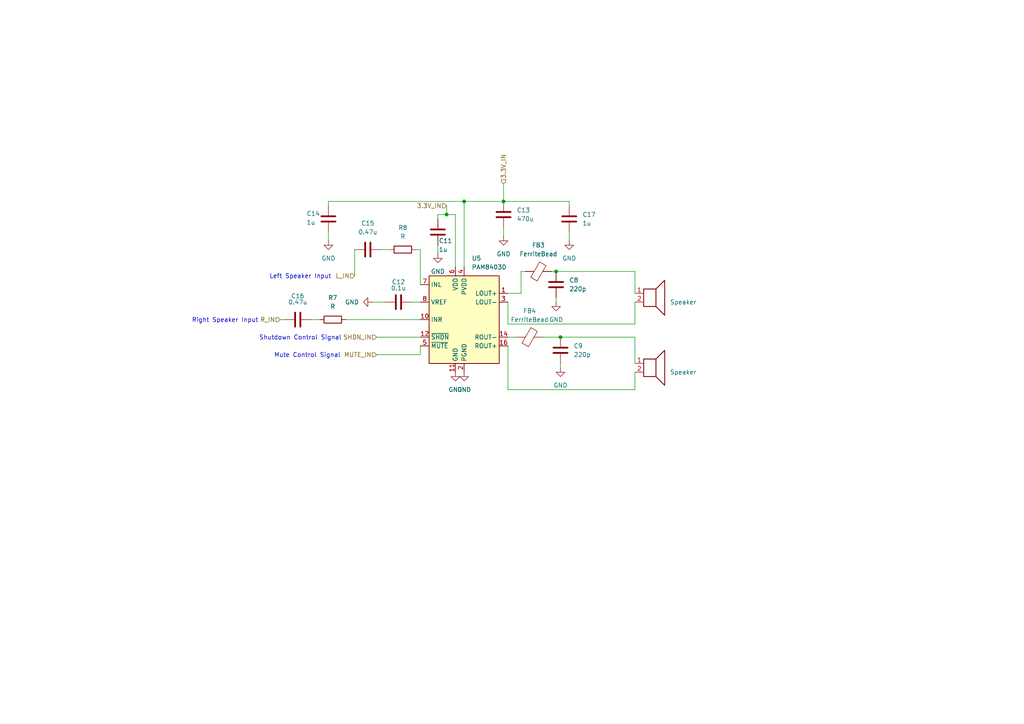
<source format=kicad_sch>
(kicad_sch (version 20231120) (generator "eeschema") (generator_version "8.0")
  (paper "A4")
  (title_block (title "Audio amplifier") (date "2024-12-12"))
  (lib_symbols
    (symbol "Amplifier_Audio:PAM8403D"
      (property "Reference" "U" (at 1.27 16.51 0))
      (property "Value" "PAM8403D" (at 6.096 14.224 0))
      (symbol "PAM8403D_0_1"
        (rectangle (start -10.16 12.7) (end 10.16 -12.7) (stroke (width 0.254)) (fill (type background)))
      )
      (symbol "PAM8403D_1_1"
        (pin output line (at 12.7 7.62 180) (length 2.54) (name "LOUT+") (number "1"))
        (pin input line (at -12.7 0 0) (length 2.54) (name "INR") (number "10"))
        (pin power_in line (at -2.54 -15.24 90) (length 2.54) (name "GND") (number "11"))
        (pin input line (at -12.7 -5.08 0) (length 2.54) (name "~{SHDN}") (number "12"))
        (pin passive line (at 0 15.24 270) (length 2.54) hide (name "PVDD") (number "13"))
        (pin output line (at 12.7 -5.08 180) (length 2.54) (name "ROUT-") (number "14"))
        (pin passive line (at 0 -15.24 90) (length 2.54) hide (name "PGND") (number "15"))
        (pin output line (at 12.7 -7.62 180) (length 2.54) (name "ROUT+") (number "16"))
        (pin power_in line (at 0 -15.24 90) (length 2.54) (name "PGND") (number "2"))
        (pin output line (at 12.7 5.08 180) (length 2.54) (name "LOUT-") (number "3"))
        (pin power_in line (at 0 15.24 270) (length 2.54) (name "PVDD") (number "4"))
        (pin input line (at -12.7 -7.62 0) (length 2.54) (name "~{MUTE}") (number "5"))
        (pin power_in line (at -2.54 15.24 270) (length 2.54) (name "VDD") (number "6"))
        (pin input line (at -12.7 10.16 0) (length 2.54) (name "INL") (number "7"))
        (pin input line (at -12.7 5.08 0) (length 2.54) (name "VREF") (number "8"))
        (pin no_connect line (at 10.16 -10.16 180) (length 2.54) hide (name "NC") (number "9"))
      )
    )
    (symbol "Device:C" (pin_numbers hide) (pin_names (offset 0.254))
      (property "Reference" "C" (at 0.635 2.54 0))
      (property "Value" "C" (at 0.635 -2.54 0))
      (symbol "C_0_1"
        (polyline (pts (xy -2.032 -0.762) (xy 2.032 -0.762)) (stroke (width 0.508)))
        (polyline (pts (xy -2.032 0.762) (xy 2.032 0.762)) (stroke (width 0.508)))
      )
      (symbol "C_1_1"
        (pin passive line (at 0 3.81 270) (length 2.794) (name "~") (number "1"))
        (pin passive line (at 0 -3.81 90) (length 2.794) (name "~") (number "2"))
      )
    )
    (symbol "Device:FerriteBead" (pin_numbers hide) (pin_names (offset 0))
      (property "Reference" "FB" (at -3.81 0.635 90))
      (property "Value" "FerriteBead" (at 3.81 0 90))
      (symbol "FerriteBead_0_1"
        (polyline (pts (xy 0 -1.27) (xy 0 -1.2192)))
        (polyline (pts (xy 0 1.27) (xy 0 1.2954)))
        (polyline (pts (xy -2.7686 0.4064) (xy -1.7018 2.2606) (xy 2.7686 -0.3048) (xy 1.6764 -2.159) (xy -2.7686 0.4064)))
      )
      (symbol "FerriteBead_1_1"
        (pin passive line (at 0 3.81 270) (length 2.54) (name "~") (number "1"))
        (pin passive line (at 0 -3.81 90) (length 2.54) (name "~") (number "2"))
      )
    )
    (symbol "Device:R" (pin_numbers hide) (pin_names (offset 0))
      (property "Reference" "R" (at 2.032 0 90))
      (property "Value" "R" (at 0 0 90))
      (symbol "R_0_1"
        (rectangle (start -1.016 -2.54) (end 1.016 2.54) (stroke (width 0.254)))
      )
      (symbol "R_1_1"
        (pin passive line (at 0 3.81 270) (length 1.27) (name "~") (number "1"))
        (pin passive line (at 0 -3.81 90) (length 1.27) (name "~") (number "2"))
      )
    )
    (symbol "Device:Speaker" (pin_names (offset 0) hide)
      (property "Reference" "LS" (at 1.27 5.715 0))
      (property "Value" "Speaker" (at 1.27 3.81 0))
      (symbol "Speaker_0_0"
        (rectangle (start -2.54 1.27) (end 1.016 -3.81) (stroke (width 0.254)))
        (polyline (pts (xy 1.016 1.27) (xy 3.556 3.81) (xy 3.556 -6.35) (xy 1.016 -3.81)) (stroke (width 0.254)))
      )
      (symbol "Speaker_1_1"
        (pin input line (at -5.08 0 0) (length 2.54) (name "1") (number "1"))
        (pin input line (at -5.08 -2.54 0) (length 2.54) (name "2") (number "2"))
      )
    )
    (symbol "power:GND" (power) (pin_numbers hide) (pin_names (offset 0) hide)
      (property "Value" "GND" (at 0 -3.81 0))
      (symbol "GND_0_1"
        (polyline (pts (xy 0 0) (xy 0 -1.27) (xy 1.27 -1.27) (xy 0 -2.54) (xy -1.27 -1.27) (xy 0 -1.27)))
      )
      (symbol "GND_1_1"
        (pin power_in line (at 0 0 270) (length 0) (name "~") (number "1"))
      )
    )
  )
  (junction (at 129.54 62.23))
  (junction (at 161.29 78.74))
  (junction (at 162.56 97.79))
  (junction (at 146.05 58.42))
  (junction (at 134.62 58.42))
  (wire (pts (xy 95.25 58.42) (xy 134.62 58.42)))
  (wire (pts (xy 151.13 85.09) (xy 147.32 85.09)))
  (wire (pts (xy 146.05 53.34) (xy 146.05 58.42)))
  (wire (pts (xy 109.22 97.79) (xy 121.92 97.79)))
  (wire (pts (xy 127 71.12) (xy 127 73.66)))
  (wire (pts (xy 129.54 62.23) (xy 127 62.23)))
  (wire (pts (xy 147.32 100.33) (xy 147.32 113.03)))
  (wire (pts (xy 134.62 58.42) (xy 146.05 58.42)))
  (wire (pts (xy 184.15 78.74) (xy 184.15 85.09)))
  (wire (pts (xy 134.62 77.47) (xy 134.62 58.42)))
  (wire (pts (xy 119.38 87.63) (xy 121.92 87.63)))
  (wire (pts (xy 120.65 72.39) (xy 121.92 72.39)))
  (wire (pts (xy 151.13 78.74) (xy 152.4 78.74)))
  (wire (pts (xy 95.25 59.69) (xy 95.25 58.42)))
  (wire (pts (xy 81.28 92.71) (xy 82.55 92.71)))
  (wire (pts (xy 109.22 102.87) (xy 121.92 102.87)))
  (wire (pts (xy 184.15 113.03) (xy 147.32 113.03)))
  (wire (pts (xy 184.15 97.79) (xy 184.15 105.41)))
  (wire (pts (xy 110.49 72.39) (xy 113.03 72.39)))
  (wire (pts (xy 100.33 92.71) (xy 121.92 92.71)))
  (wire (pts (xy 146.05 66.04) (xy 146.05 68.58)))
  (wire (pts (xy 107.95 87.63) (xy 111.76 87.63)))
  (wire (pts (xy 161.29 78.74) (xy 184.15 78.74)))
  (wire (pts (xy 147.32 87.63) (xy 147.32 93.98)))
  (wire (pts (xy 157.48 97.79) (xy 162.56 97.79)))
  (wire (pts (xy 146.05 58.42) (xy 165.1 58.42)))
  (wire (pts (xy 165.1 58.42) (xy 165.1 59.69)))
  (wire (pts (xy 132.08 62.23) (xy 129.54 62.23)))
  (wire (pts (xy 95.25 67.31) (xy 95.25 69.85)))
  (wire (pts (xy 162.56 105.41) (xy 162.56 106.68)))
  (wire (pts (xy 184.15 113.03) (xy 184.15 107.95)))
  (wire (pts (xy 90.17 92.71) (xy 92.71 92.71)))
  (wire (pts (xy 165.1 67.31) (xy 165.1 69.85)))
  (wire (pts (xy 129.54 59.69) (xy 129.54 62.23)))
  (wire (pts (xy 161.29 86.36) (xy 161.29 87.63)))
  (wire (pts (xy 184.15 93.98) (xy 184.15 87.63)))
  (wire (pts (xy 160.02 78.74) (xy 161.29 78.74)))
  (wire (pts (xy 147.32 93.98) (xy 184.15 93.98)))
  (wire (pts (xy 151.13 78.74) (xy 151.13 85.09)))
  (wire (pts (xy 132.08 77.47) (xy 132.08 62.23)))
  (wire (pts (xy 127 62.23) (xy 127 63.5)))
  (wire (pts (xy 147.32 97.79) (xy 149.86 97.79)))
  (wire (pts (xy 121.92 102.87) (xy 121.92 100.33)))
  (wire (pts (xy 121.92 72.39) (xy 121.92 82.55)))
  (wire (pts (xy 102.87 72.39) (xy 102.87 80.01)))
  (wire (pts (xy 162.56 97.79) (xy 184.15 97.79)))
  (text "Left Speaker Input" (at 87.122 80.264 0) (effects (font (size 1.27 1.27))))
  (text "Mute Control Signal" (at 89.154 103.124 0) (effects (font (size 1.27 1.27))))
  (text "Right Speaker Input" (at 65.278 92.964 0) (effects (font (size 1.27 1.27))))
  (text "Shutdown Control Signal" (at 87.122 98.044 0) (effects (font (size 1.27 1.27))))
  (hierarchical_label "MUTE_IN" (shape input) (at 109.22 102.87 180))
  (hierarchical_label "3.3V_IN" (shape input) (at 146.05 53.34 90))
  (hierarchical_label "SHDN_IN" (shape input) (at 109.22 97.79 180))
  (hierarchical_label "R_IN" (shape input) (at 81.28 92.71 180))
  (hierarchical_label "L_IN" (shape input) (at 102.87 80.01 180))
  (hierarchical_label "3.3V_IN" (shape input) (at 129.54 59.69 180))
  (symbol (lib_id "Device:C") (at 86.36 92.71 90) (unit 1)
    (property "Reference" "C16" (at 86.36 85.852 90))
    (property "Value" "0.47u" (at 86.36 87.63 90))
    (property "Description" "Unpolarized capacitor" (effects (hide yes)))
  )
  (symbol (lib_id "power:GND") (at 162.56 106.68 0) (unit 1)
    (property "Reference" "#PWR034" (effects (hide yes)))
    (property "Value" "GND" (at 162.56 111.76 0))
    (property "Description" "Power symbol creates a global label with name \"GND\" , ground" (effects (hide yes)))
  )
  (symbol (lib_id "Device:C") (at 127 67.31 0) (unit 1)
    (property "Reference" "C11" (at 127.254 69.85 0) (effects (justify left)))
    (property "Value" "1u" (at 127.254 72.39 0) (effects (justify left)))
    (property "Description" "Unpolarized capacitor" (effects (hide yes)))
  )
  (symbol (lib_id "Device:C") (at 146.05 62.23 0) (unit 1)
    (property "Reference" "C13" (at 149.86 60.9599 0) (effects (justify left)))
    (property "Value" "470u" (at 149.86 63.4999 0) (effects (justify left)))
    (property "Description" "Unpolarized capacitor" (effects (hide yes)))
  )
  (symbol (lib_id "Device:C") (at 95.25 63.5 0) (unit 1)
    (property "Reference" "C14" (at 88.9 61.976 0) (effects (justify left)))
    (property "Value" "1u" (at 88.9 64.516 0) (effects (justify left)))
    (property "Description" "Unpolarized capacitor" (effects (hide yes)))
  )
  (symbol (lib_id "power:GND") (at 165.1 69.85 0) (unit 1)
    (property "Reference" "#PWR033" (effects (hide yes)))
    (property "Value" "GND" (at 165.1 74.93 0))
    (property "Description" "Power symbol creates a global label with name \"GND\" , ground" (effects (hide yes)))
  )
  (symbol (lib_id "power:GND") (at 134.62 107.95 0) (unit 1)
    (property "Reference" "#PWR011" (effects (hide yes)))
    (property "Value" "GND" (at 134.62 113.03 0))
    (property "Description" "Power symbol creates a global label with name \"GND\" , ground" (effects (hide yes)))
  )
  (symbol (lib_id "Device:C") (at 165.1 63.5 0) (unit 1)
    (property "Reference" "C17" (at 168.91 62.2299 0) (effects (justify left)))
    (property "Value" "1u" (at 168.91 64.7699 0) (effects (justify left)))
    (property "Description" "Unpolarized capacitor" (effects (hide yes)))
  )
  (symbol (lib_id "power:GND") (at 161.29 87.63 0) (unit 1)
    (property "Reference" "#PWR035" (effects (hide yes)))
    (property "Value" "GND" (at 161.29 92.71 0))
    (property "Description" "Power symbol creates a global label with name \"GND\" , ground" (effects (hide yes)))
  )
  (symbol (lib_id "Device:C") (at 115.57 87.63 90) (unit 1)
    (property "Reference" "C12" (at 115.57 81.788 90))
    (property "Value" "0.1u" (at 115.57 83.566 90))
    (property "Description" "Unpolarized capacitor" (effects (hide yes)))
  )
  (symbol (lib_id "power:GND") (at 95.25 69.85 0) (unit 1)
    (property "Reference" "#PWR012" (effects (hide yes)))
    (property "Value" "GND" (at 95.25 74.93 0))
    (property "Description" "Power symbol creates a global label with name \"GND\" , ground" (effects (hide yes)))
  )
  (symbol (lib_id "Device:FerriteBead") (at 156.21 78.74 90) (unit 1)
    (property "Reference" "FB3" (at 156.1592 71.12 90))
    (property "Value" "FerriteBead" (at 156.1592 73.66 90))
    (property "Description" "Ferrite bead" (effects (hide yes)))
  )
  (symbol (lib_id "power:GND") (at 107.95 87.63 270) (unit 1)
    (property "Reference" "#PWR013" (effects (hide yes)))
    (property "Value" "GND" (at 104.14 87.6299 90) (effects (justify right)))
    (property "Description" "Power symbol creates a global label with name \"GND\" , ground" (effects (hide yes)))
  )
  (symbol (lib_id "power:GND") (at 127 73.66 0) (unit 1)
    (property "Reference" "#PWR014" (effects (hide yes)))
    (property "Value" "GND" (at 127 78.74 0))
    (property "Description" "Power symbol creates a global label with name \"GND\" , ground" (effects (hide yes)))
  )
  (symbol (lib_id "Device:R") (at 96.52 92.71 90) (unit 1)
    (property "Reference" "R7" (at 96.52 86.36 90))
    (property "Value" "R" (at 96.52 88.9 90))
    (property "Description" "Resistor" (effects (hide yes)))
  )
  (symbol (lib_id "Device:C") (at 106.68 72.39 90) (unit 1)
    (property "Reference" "C15" (at 106.68 64.77 90))
    (property "Value" "0.47u" (at 106.68 67.31 90))
    (property "Description" "Unpolarized capacitor" (effects (hide yes)))
  )
  (symbol (lib_id "Device:FerriteBead") (at 153.67 97.79 90) (unit 1)
    (property "Reference" "FB4" (at 153.6192 90.17 90))
    (property "Value" "FerriteBead" (at 153.6192 92.71 90))
    (property "Description" "Ferrite bead" (effects (hide yes)))
  )
  (symbol (lib_id "Amplifier_Audio:PAM8403D") (at 134.62 92.71 0) (unit 1)
    (property "Reference" "U5" (at 136.8141 74.93 0) (effects (justify left)))
    (property "Value" "PAM8403D" (at 136.8141 77.47 0) (effects (justify left)))
    (property "Footprint" "Package_SO:SOP-16_3.9x9.9mm_P1.27mm" (effects (hide yes)))
    (property "Datasheet" "https://www.diodes.com/assets/Datasheets/products_inactive_data/PAM8403.pdf" (effects (hide yes)))
    (property "Description" "3W Filterless Class-D Stereo Audio Amplifier, SOP-16" (effects (hide yes)))
  )
  (symbol (lib_id "Device:Speaker") (at 189.23 105.41 0) (unit 1)
    (property "Reference" "LS2" (effects (hide yes)))
    (property "Value" "Speaker" (at 194.31 107.9499 0) (effects (justify left)))
    (property "Description" "Speaker" (effects (hide yes)))
  )
  (symbol (lib_id "Device:C") (at 161.29 82.55 0) (unit 1)
    (property "Reference" "C8" (at 165.1 81.2799 0) (effects (justify left)))
    (property "Value" "220p" (at 165.1 83.8199 0) (effects (justify left)))
    (property "Description" "Unpolarized capacitor" (effects (hide yes)))
  )
  (symbol (lib_id "Device:R") (at 116.84 72.39 90) (unit 1)
    (property "Reference" "R8" (at 116.84 66.04 90))
    (property "Value" "R" (at 116.84 68.58 90))
    (property "Description" "Resistor" (effects (hide yes)))
  )
  (symbol (lib_id "Device:Speaker") (at 189.23 85.09 0) (unit 1)
    (property "Reference" "LS1" (effects (hide yes)))
    (property "Value" "Speaker" (at 194.31 87.6299 0) (effects (justify left)))
    (property "Description" "Speaker" (effects (hide yes)))
  )
  (symbol (lib_id "power:GND") (at 132.08 107.95 0) (unit 1)
    (property "Reference" "#PWR015" (effects (hide yes)))
    (property "Value" "GND" (at 132.08 113.03 0))
    (property "Description" "Power symbol creates a global label with name \"GND\" , ground" (effects (hide yes)))
  )
  (symbol (lib_id "Device:C") (at 162.56 101.6 0) (unit 1)
    (property "Reference" "C9" (at 166.37 100.3299 0) (effects (justify left)))
    (property "Value" "220p" (at 166.37 102.8699 0) (effects (justify left)))
    (property "Description" "Unpolarized capacitor" (effects (hide yes)))
  )
  (symbol (lib_id "power:GND") (at 146.05 68.58 0) (unit 1)
    (property "Reference" "#PWR09" (effects (hide yes)))
    (property "Value" "GND" (at 146.05 73.66 0))
    (property "Description" "Power symbol creates a global label with name \"GND\" , ground" (effects (hide yes)))
  )
)
</source>
